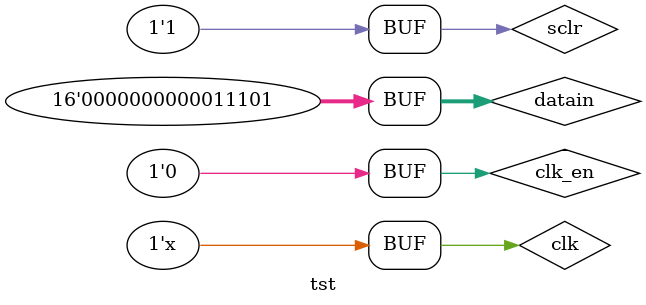
<source format=v>
module reg16(
	input clk,sclr,clk_en,
	input [15:0] datain,
	output reg [15:0] reg_out);
always@(posedge clk) begin
	if(clk_en) begin
		if(!sclr)
			reg_out <= 0;
		else
			reg_out <= datain;
	end
end
endmodule
module tst();
reg clk ,sclr,clk_en;
reg [15:0] datain;
wire [15:0] reg_out;
reg16 r(clk,sclr,clk_en,datain,reg_out);
always
	#5 clk=~clk;
initial
	$monitor("sclr=%b clk_en=%b datain=%0d reg_out=%0d",sclr,clk_en,datain,reg_out);
initial begin
clk = 0; clk_en=0; sclr=1; datain=19;
#11
clk_en=1;
#13
sclr=0;
#11
sclr=1 ;
#12
datain =12;
#11
clk_en=0;
#12
datain=29;
#80;
end
endmodule


</source>
